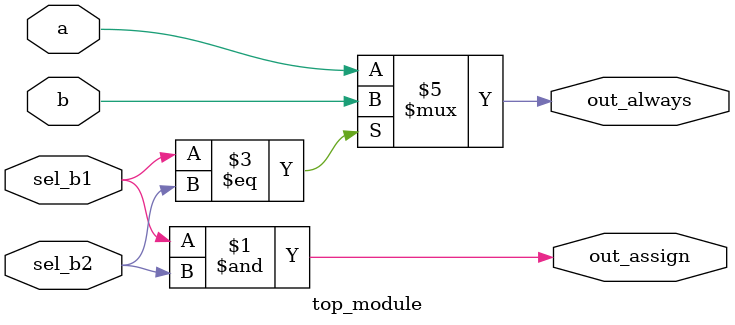
<source format=sv>
module top_module(
    input a,
    input b,
    input sel_b1,
    input sel_b2,
    output wire out_assign,
    output reg out_always   ); 
    assign out_assign = sel_b1 & sel_b2;
    always @ (*) begin
        if (sel_b1 == sel_b2) begin
            out_always= b;
        end
        else begin
            out_always =a;
        end
    end

endmodule

</source>
